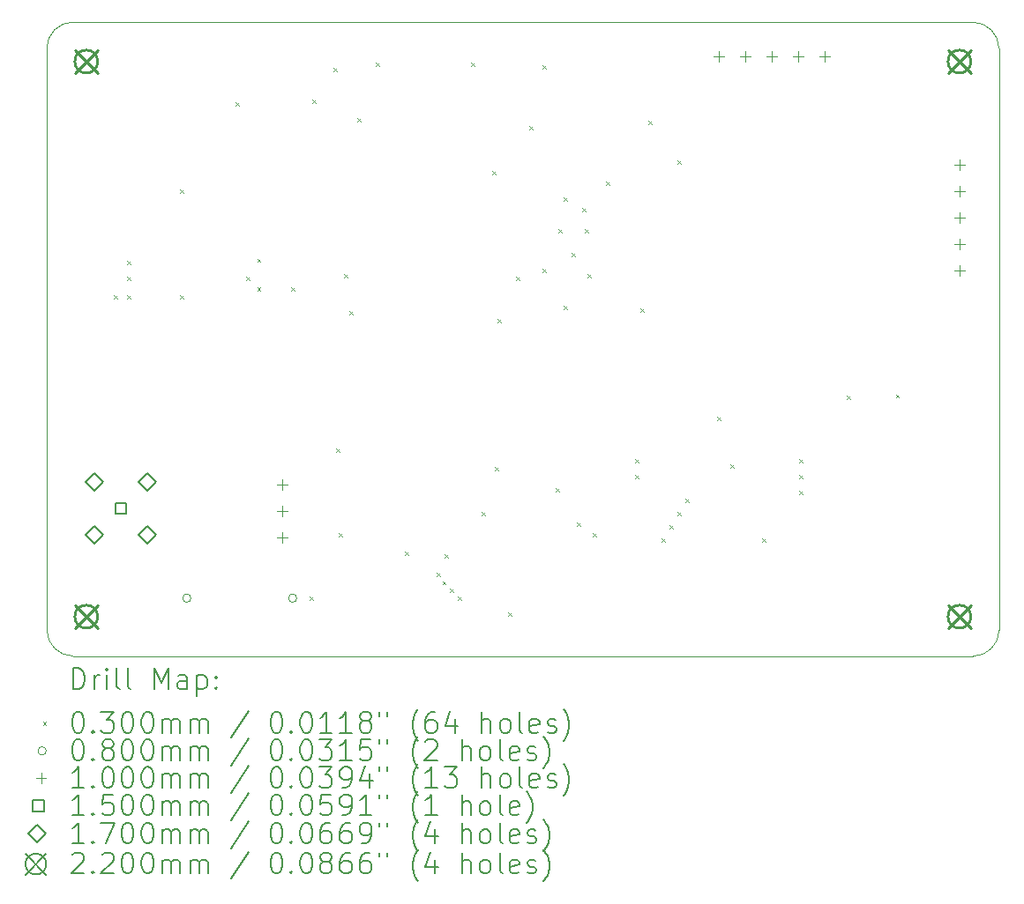
<source format=gbr>
%TF.GenerationSoftware,KiCad,Pcbnew,(6.0.9)*%
%TF.CreationDate,2022-11-27T19:04:10-05:00*%
%TF.ProjectId,usbcounter,75736263-6f75-46e7-9465-722e6b696361,rev?*%
%TF.SameCoordinates,Original*%
%TF.FileFunction,Drillmap*%
%TF.FilePolarity,Positive*%
%FSLAX45Y45*%
G04 Gerber Fmt 4.5, Leading zero omitted, Abs format (unit mm)*
G04 Created by KiCad (PCBNEW (6.0.9)) date 2022-11-27 19:04:10*
%MOMM*%
%LPD*%
G01*
G04 APERTURE LIST*
%ADD10C,0.100000*%
%ADD11C,0.200000*%
%ADD12C,0.030000*%
%ADD13C,0.080000*%
%ADD14C,0.150000*%
%ADD15C,0.170000*%
%ADD16C,0.220000*%
G04 APERTURE END LIST*
D10*
X13970000Y-11176000D02*
G75*
G03*
X14224000Y-10922000I0J254000D01*
G01*
X14222195Y-5335805D02*
X14224000Y-10922000D01*
X5335805Y-5081805D02*
X13968195Y-5081805D01*
X5081805Y-10920195D02*
X5081805Y-5335805D01*
X13970000Y-11176000D02*
X5335805Y-11174195D01*
X14222195Y-5335805D02*
G75*
G03*
X13968195Y-5081805I-253995J5D01*
G01*
X5335805Y-5081805D02*
G75*
G03*
X5081805Y-5335805I0J-254000D01*
G01*
X5081805Y-10920195D02*
G75*
G03*
X5335805Y-11174195I254005J5D01*
G01*
D11*
D12*
X5725400Y-7706600D02*
X5755400Y-7736600D01*
X5755400Y-7706600D02*
X5725400Y-7736600D01*
X5852400Y-7376400D02*
X5882400Y-7406400D01*
X5882400Y-7376400D02*
X5852400Y-7406400D01*
X5852400Y-7528800D02*
X5882400Y-7558800D01*
X5882400Y-7528800D02*
X5852400Y-7558800D01*
X5852400Y-7706600D02*
X5882400Y-7736600D01*
X5882400Y-7706600D02*
X5852400Y-7736600D01*
X6360400Y-6690600D02*
X6390400Y-6720600D01*
X6390400Y-6690600D02*
X6360400Y-6720600D01*
X6360400Y-7706600D02*
X6390400Y-7736600D01*
X6390400Y-7706600D02*
X6360400Y-7736600D01*
X6893800Y-5852400D02*
X6923800Y-5882400D01*
X6923800Y-5852400D02*
X6893800Y-5882400D01*
X6995400Y-7528800D02*
X7025400Y-7558800D01*
X7025400Y-7528800D02*
X6995400Y-7558800D01*
X7103350Y-7357350D02*
X7133350Y-7387350D01*
X7133350Y-7357350D02*
X7103350Y-7387350D01*
X7103350Y-7630400D02*
X7133350Y-7660400D01*
X7133350Y-7630400D02*
X7103350Y-7660400D01*
X7428450Y-7630400D02*
X7458450Y-7660400D01*
X7458450Y-7630400D02*
X7428450Y-7660400D01*
X7605000Y-10602200D02*
X7635000Y-10632200D01*
X7635000Y-10602200D02*
X7605000Y-10632200D01*
X7630400Y-5827000D02*
X7660400Y-5857000D01*
X7660400Y-5827000D02*
X7630400Y-5857000D01*
X7833600Y-5522200D02*
X7863600Y-5552200D01*
X7863600Y-5522200D02*
X7833600Y-5552200D01*
X7859000Y-9179800D02*
X7889000Y-9209800D01*
X7889000Y-9179800D02*
X7859000Y-9209800D01*
X7884400Y-9992600D02*
X7914400Y-10022600D01*
X7914400Y-9992600D02*
X7884400Y-10022600D01*
X7935200Y-7503400D02*
X7965200Y-7533400D01*
X7965200Y-7503400D02*
X7935200Y-7533400D01*
X7986000Y-7859000D02*
X8016000Y-7889000D01*
X8016000Y-7859000D02*
X7986000Y-7889000D01*
X8062200Y-6004800D02*
X8092200Y-6034800D01*
X8092200Y-6004800D02*
X8062200Y-6034800D01*
X8240000Y-5471400D02*
X8270000Y-5501400D01*
X8270000Y-5471400D02*
X8240000Y-5501400D01*
X8519400Y-10170400D02*
X8549400Y-10200400D01*
X8549400Y-10170400D02*
X8519400Y-10200400D01*
X8824200Y-10373600D02*
X8854200Y-10403600D01*
X8854200Y-10373600D02*
X8824200Y-10403600D01*
X8879642Y-10456764D02*
X8909642Y-10486764D01*
X8909642Y-10456764D02*
X8879642Y-10486764D01*
X8900400Y-10195800D02*
X8930400Y-10225800D01*
X8930400Y-10195800D02*
X8900400Y-10225800D01*
X8951473Y-10526264D02*
X8981473Y-10556264D01*
X8981473Y-10526264D02*
X8951473Y-10556264D01*
X9027400Y-10602200D02*
X9057400Y-10632200D01*
X9057400Y-10602200D02*
X9027400Y-10632200D01*
X9154400Y-5471400D02*
X9184400Y-5501400D01*
X9184400Y-5471400D02*
X9154400Y-5501400D01*
X9256000Y-9789400D02*
X9286000Y-9819400D01*
X9286000Y-9789400D02*
X9256000Y-9819400D01*
X9357600Y-6512800D02*
X9387600Y-6542800D01*
X9387600Y-6512800D02*
X9357600Y-6542800D01*
X9383000Y-9357600D02*
X9413000Y-9387600D01*
X9413000Y-9357600D02*
X9383000Y-9387600D01*
X9408400Y-7935200D02*
X9438400Y-7965200D01*
X9438400Y-7935200D02*
X9408400Y-7965200D01*
X9510000Y-10754600D02*
X9540000Y-10784600D01*
X9540000Y-10754600D02*
X9510000Y-10784600D01*
X9586200Y-7528800D02*
X9616200Y-7558800D01*
X9616200Y-7528800D02*
X9586200Y-7558800D01*
X9713200Y-6081000D02*
X9743200Y-6111000D01*
X9743200Y-6081000D02*
X9713200Y-6111000D01*
X9840200Y-5496800D02*
X9870200Y-5526800D01*
X9870200Y-5496800D02*
X9840200Y-5526800D01*
X9840200Y-7452600D02*
X9870200Y-7482600D01*
X9870200Y-7452600D02*
X9840200Y-7482600D01*
X9967200Y-9560800D02*
X9997200Y-9590800D01*
X9997200Y-9560800D02*
X9967200Y-9590800D01*
X9992600Y-7071600D02*
X10022600Y-7101600D01*
X10022600Y-7071600D02*
X9992600Y-7101600D01*
X10043400Y-6766800D02*
X10073400Y-6796800D01*
X10073400Y-6766800D02*
X10043400Y-6796800D01*
X10043400Y-7808200D02*
X10073400Y-7838200D01*
X10073400Y-7808200D02*
X10043400Y-7838200D01*
X10119600Y-7300200D02*
X10149600Y-7330200D01*
X10149600Y-7300200D02*
X10119600Y-7330200D01*
X10170400Y-9891000D02*
X10200400Y-9921000D01*
X10200400Y-9891000D02*
X10170400Y-9921000D01*
X10221200Y-6868400D02*
X10251200Y-6898400D01*
X10251200Y-6868400D02*
X10221200Y-6898400D01*
X10246600Y-7071600D02*
X10276600Y-7101600D01*
X10276600Y-7071600D02*
X10246600Y-7101600D01*
X10272000Y-7503400D02*
X10302000Y-7533400D01*
X10302000Y-7503400D02*
X10272000Y-7533400D01*
X10322800Y-9992600D02*
X10352800Y-10022600D01*
X10352800Y-9992600D02*
X10322800Y-10022600D01*
X10449800Y-6614400D02*
X10479800Y-6644400D01*
X10479800Y-6614400D02*
X10449800Y-6644400D01*
X10729200Y-9281400D02*
X10759200Y-9311400D01*
X10759200Y-9281400D02*
X10729200Y-9311400D01*
X10729200Y-9433800D02*
X10759200Y-9463800D01*
X10759200Y-9433800D02*
X10729200Y-9463800D01*
X10780000Y-7833600D02*
X10810000Y-7863600D01*
X10810000Y-7833600D02*
X10780000Y-7863600D01*
X10856200Y-6030200D02*
X10886200Y-6060200D01*
X10886200Y-6030200D02*
X10856200Y-6060200D01*
X10983200Y-10043400D02*
X11013200Y-10073400D01*
X11013200Y-10043400D02*
X10983200Y-10073400D01*
X11059400Y-9916400D02*
X11089400Y-9946400D01*
X11089400Y-9916400D02*
X11059400Y-9946400D01*
X11135600Y-6411200D02*
X11165600Y-6441200D01*
X11165600Y-6411200D02*
X11135600Y-6441200D01*
X11136850Y-9789400D02*
X11166850Y-9819400D01*
X11166850Y-9789400D02*
X11136850Y-9819400D01*
X11211800Y-9662400D02*
X11241800Y-9692400D01*
X11241800Y-9662400D02*
X11211800Y-9692400D01*
X11516600Y-8875000D02*
X11546600Y-8905000D01*
X11546600Y-8875000D02*
X11516600Y-8905000D01*
X11643600Y-9332200D02*
X11673600Y-9362200D01*
X11673600Y-9332200D02*
X11643600Y-9362200D01*
X11948400Y-10043400D02*
X11978400Y-10073400D01*
X11978400Y-10043400D02*
X11948400Y-10073400D01*
X12304000Y-9281400D02*
X12334000Y-9311400D01*
X12334000Y-9281400D02*
X12304000Y-9311400D01*
X12304000Y-9433800D02*
X12334000Y-9463800D01*
X12334000Y-9433800D02*
X12304000Y-9463800D01*
X12304000Y-9586200D02*
X12334000Y-9616200D01*
X12334000Y-9586200D02*
X12304000Y-9616200D01*
X12761200Y-8671800D02*
X12791200Y-8701800D01*
X12791200Y-8671800D02*
X12761200Y-8701800D01*
X13233250Y-8661250D02*
X13263250Y-8691250D01*
X13263250Y-8661250D02*
X13233250Y-8691250D01*
D13*
X6466200Y-10617200D02*
G75*
G03*
X6466200Y-10617200I-40000J0D01*
G01*
X7482200Y-10617200D02*
G75*
G03*
X7482200Y-10617200I-40000J0D01*
G01*
D10*
X7340600Y-9475000D02*
X7340600Y-9575000D01*
X7290600Y-9525000D02*
X7390600Y-9525000D01*
X7340600Y-9729000D02*
X7340600Y-9829000D01*
X7290600Y-9779000D02*
X7390600Y-9779000D01*
X7340600Y-9983000D02*
X7340600Y-10083000D01*
X7290600Y-10033000D02*
X7390600Y-10033000D01*
X11531600Y-5360200D02*
X11531600Y-5460200D01*
X11481600Y-5410200D02*
X11581600Y-5410200D01*
X11785600Y-5360200D02*
X11785600Y-5460200D01*
X11735600Y-5410200D02*
X11835600Y-5410200D01*
X12039600Y-5360200D02*
X12039600Y-5460200D01*
X11989600Y-5410200D02*
X12089600Y-5410200D01*
X12293600Y-5360200D02*
X12293600Y-5460200D01*
X12243600Y-5410200D02*
X12343600Y-5410200D01*
X12547600Y-5360200D02*
X12547600Y-5460200D01*
X12497600Y-5410200D02*
X12597600Y-5410200D01*
X13843000Y-6402100D02*
X13843000Y-6502100D01*
X13793000Y-6452100D02*
X13893000Y-6452100D01*
X13843000Y-6656100D02*
X13843000Y-6756100D01*
X13793000Y-6706100D02*
X13893000Y-6706100D01*
X13843000Y-6910100D02*
X13843000Y-7010100D01*
X13793000Y-6960100D02*
X13893000Y-6960100D01*
X13843000Y-7164100D02*
X13843000Y-7264100D01*
X13793000Y-7214100D02*
X13893000Y-7214100D01*
X13843000Y-7418100D02*
X13843000Y-7518100D01*
X13793000Y-7468100D02*
X13893000Y-7468100D01*
D14*
X5844233Y-9806634D02*
X5844233Y-9700567D01*
X5738166Y-9700567D01*
X5738166Y-9806634D01*
X5844233Y-9806634D01*
D15*
X5537200Y-9584600D02*
X5622200Y-9499600D01*
X5537200Y-9414600D01*
X5452200Y-9499600D01*
X5537200Y-9584600D01*
X5537200Y-10092600D02*
X5622200Y-10007600D01*
X5537200Y-9922600D01*
X5452200Y-10007600D01*
X5537200Y-10092600D01*
X6045200Y-9584600D02*
X6130200Y-9499600D01*
X6045200Y-9414600D01*
X5960200Y-9499600D01*
X6045200Y-9584600D01*
X6045200Y-10092600D02*
X6130200Y-10007600D01*
X6045200Y-9922600D01*
X5960200Y-10007600D01*
X6045200Y-10092600D01*
D16*
X5351000Y-5351000D02*
X5571000Y-5571000D01*
X5571000Y-5351000D02*
X5351000Y-5571000D01*
X5571000Y-5461000D02*
G75*
G03*
X5571000Y-5461000I-110000J0D01*
G01*
X5351000Y-10685000D02*
X5571000Y-10905000D01*
X5571000Y-10685000D02*
X5351000Y-10905000D01*
X5571000Y-10795000D02*
G75*
G03*
X5571000Y-10795000I-110000J0D01*
G01*
X13733000Y-5351000D02*
X13953000Y-5571000D01*
X13953000Y-5351000D02*
X13733000Y-5571000D01*
X13953000Y-5461000D02*
G75*
G03*
X13953000Y-5461000I-110000J0D01*
G01*
X13733000Y-10685000D02*
X13953000Y-10905000D01*
X13953000Y-10685000D02*
X13733000Y-10905000D01*
X13953000Y-10795000D02*
G75*
G03*
X13953000Y-10795000I-110000J0D01*
G01*
D11*
X5334424Y-11491476D02*
X5334424Y-11291476D01*
X5382043Y-11291476D01*
X5410615Y-11301000D01*
X5429662Y-11320048D01*
X5439186Y-11339095D01*
X5448710Y-11377190D01*
X5448710Y-11405762D01*
X5439186Y-11443857D01*
X5429662Y-11462905D01*
X5410615Y-11481952D01*
X5382043Y-11491476D01*
X5334424Y-11491476D01*
X5534424Y-11491476D02*
X5534424Y-11358143D01*
X5534424Y-11396238D02*
X5543948Y-11377190D01*
X5553472Y-11367667D01*
X5572519Y-11358143D01*
X5591567Y-11358143D01*
X5658234Y-11491476D02*
X5658234Y-11358143D01*
X5658234Y-11291476D02*
X5648710Y-11301000D01*
X5658234Y-11310524D01*
X5667757Y-11301000D01*
X5658234Y-11291476D01*
X5658234Y-11310524D01*
X5782043Y-11491476D02*
X5762995Y-11481952D01*
X5753472Y-11462905D01*
X5753472Y-11291476D01*
X5886805Y-11491476D02*
X5867757Y-11481952D01*
X5858234Y-11462905D01*
X5858234Y-11291476D01*
X6115376Y-11491476D02*
X6115376Y-11291476D01*
X6182043Y-11434333D01*
X6248710Y-11291476D01*
X6248710Y-11491476D01*
X6429662Y-11491476D02*
X6429662Y-11386714D01*
X6420138Y-11367667D01*
X6401091Y-11358143D01*
X6362995Y-11358143D01*
X6343948Y-11367667D01*
X6429662Y-11481952D02*
X6410615Y-11491476D01*
X6362995Y-11491476D01*
X6343948Y-11481952D01*
X6334424Y-11462905D01*
X6334424Y-11443857D01*
X6343948Y-11424809D01*
X6362995Y-11415286D01*
X6410615Y-11415286D01*
X6429662Y-11405762D01*
X6524900Y-11358143D02*
X6524900Y-11558143D01*
X6524900Y-11367667D02*
X6543948Y-11358143D01*
X6582043Y-11358143D01*
X6601091Y-11367667D01*
X6610615Y-11377190D01*
X6620138Y-11396238D01*
X6620138Y-11453381D01*
X6610615Y-11472428D01*
X6601091Y-11481952D01*
X6582043Y-11491476D01*
X6543948Y-11491476D01*
X6524900Y-11481952D01*
X6705853Y-11472428D02*
X6715376Y-11481952D01*
X6705853Y-11491476D01*
X6696329Y-11481952D01*
X6705853Y-11472428D01*
X6705853Y-11491476D01*
X6705853Y-11367667D02*
X6715376Y-11377190D01*
X6705853Y-11386714D01*
X6696329Y-11377190D01*
X6705853Y-11367667D01*
X6705853Y-11386714D01*
D12*
X5046805Y-11806000D02*
X5076805Y-11836000D01*
X5076805Y-11806000D02*
X5046805Y-11836000D01*
D11*
X5372519Y-11711476D02*
X5391567Y-11711476D01*
X5410615Y-11721000D01*
X5420138Y-11730524D01*
X5429662Y-11749571D01*
X5439186Y-11787667D01*
X5439186Y-11835286D01*
X5429662Y-11873381D01*
X5420138Y-11892428D01*
X5410615Y-11901952D01*
X5391567Y-11911476D01*
X5372519Y-11911476D01*
X5353472Y-11901952D01*
X5343948Y-11892428D01*
X5334424Y-11873381D01*
X5324900Y-11835286D01*
X5324900Y-11787667D01*
X5334424Y-11749571D01*
X5343948Y-11730524D01*
X5353472Y-11721000D01*
X5372519Y-11711476D01*
X5524900Y-11892428D02*
X5534424Y-11901952D01*
X5524900Y-11911476D01*
X5515377Y-11901952D01*
X5524900Y-11892428D01*
X5524900Y-11911476D01*
X5601091Y-11711476D02*
X5724900Y-11711476D01*
X5658234Y-11787667D01*
X5686805Y-11787667D01*
X5705853Y-11797190D01*
X5715376Y-11806714D01*
X5724900Y-11825762D01*
X5724900Y-11873381D01*
X5715376Y-11892428D01*
X5705853Y-11901952D01*
X5686805Y-11911476D01*
X5629662Y-11911476D01*
X5610615Y-11901952D01*
X5601091Y-11892428D01*
X5848710Y-11711476D02*
X5867757Y-11711476D01*
X5886805Y-11721000D01*
X5896329Y-11730524D01*
X5905853Y-11749571D01*
X5915376Y-11787667D01*
X5915376Y-11835286D01*
X5905853Y-11873381D01*
X5896329Y-11892428D01*
X5886805Y-11901952D01*
X5867757Y-11911476D01*
X5848710Y-11911476D01*
X5829662Y-11901952D01*
X5820138Y-11892428D01*
X5810615Y-11873381D01*
X5801091Y-11835286D01*
X5801091Y-11787667D01*
X5810615Y-11749571D01*
X5820138Y-11730524D01*
X5829662Y-11721000D01*
X5848710Y-11711476D01*
X6039186Y-11711476D02*
X6058234Y-11711476D01*
X6077281Y-11721000D01*
X6086805Y-11730524D01*
X6096329Y-11749571D01*
X6105853Y-11787667D01*
X6105853Y-11835286D01*
X6096329Y-11873381D01*
X6086805Y-11892428D01*
X6077281Y-11901952D01*
X6058234Y-11911476D01*
X6039186Y-11911476D01*
X6020138Y-11901952D01*
X6010615Y-11892428D01*
X6001091Y-11873381D01*
X5991567Y-11835286D01*
X5991567Y-11787667D01*
X6001091Y-11749571D01*
X6010615Y-11730524D01*
X6020138Y-11721000D01*
X6039186Y-11711476D01*
X6191567Y-11911476D02*
X6191567Y-11778143D01*
X6191567Y-11797190D02*
X6201091Y-11787667D01*
X6220138Y-11778143D01*
X6248710Y-11778143D01*
X6267757Y-11787667D01*
X6277281Y-11806714D01*
X6277281Y-11911476D01*
X6277281Y-11806714D02*
X6286805Y-11787667D01*
X6305853Y-11778143D01*
X6334424Y-11778143D01*
X6353472Y-11787667D01*
X6362995Y-11806714D01*
X6362995Y-11911476D01*
X6458234Y-11911476D02*
X6458234Y-11778143D01*
X6458234Y-11797190D02*
X6467757Y-11787667D01*
X6486805Y-11778143D01*
X6515376Y-11778143D01*
X6534424Y-11787667D01*
X6543948Y-11806714D01*
X6543948Y-11911476D01*
X6543948Y-11806714D02*
X6553472Y-11787667D01*
X6572519Y-11778143D01*
X6601091Y-11778143D01*
X6620138Y-11787667D01*
X6629662Y-11806714D01*
X6629662Y-11911476D01*
X7020138Y-11701952D02*
X6848710Y-11959095D01*
X7277281Y-11711476D02*
X7296329Y-11711476D01*
X7315376Y-11721000D01*
X7324900Y-11730524D01*
X7334424Y-11749571D01*
X7343948Y-11787667D01*
X7343948Y-11835286D01*
X7334424Y-11873381D01*
X7324900Y-11892428D01*
X7315376Y-11901952D01*
X7296329Y-11911476D01*
X7277281Y-11911476D01*
X7258234Y-11901952D01*
X7248710Y-11892428D01*
X7239186Y-11873381D01*
X7229662Y-11835286D01*
X7229662Y-11787667D01*
X7239186Y-11749571D01*
X7248710Y-11730524D01*
X7258234Y-11721000D01*
X7277281Y-11711476D01*
X7429662Y-11892428D02*
X7439186Y-11901952D01*
X7429662Y-11911476D01*
X7420138Y-11901952D01*
X7429662Y-11892428D01*
X7429662Y-11911476D01*
X7562995Y-11711476D02*
X7582043Y-11711476D01*
X7601091Y-11721000D01*
X7610615Y-11730524D01*
X7620138Y-11749571D01*
X7629662Y-11787667D01*
X7629662Y-11835286D01*
X7620138Y-11873381D01*
X7610615Y-11892428D01*
X7601091Y-11901952D01*
X7582043Y-11911476D01*
X7562995Y-11911476D01*
X7543948Y-11901952D01*
X7534424Y-11892428D01*
X7524900Y-11873381D01*
X7515376Y-11835286D01*
X7515376Y-11787667D01*
X7524900Y-11749571D01*
X7534424Y-11730524D01*
X7543948Y-11721000D01*
X7562995Y-11711476D01*
X7820138Y-11911476D02*
X7705853Y-11911476D01*
X7762995Y-11911476D02*
X7762995Y-11711476D01*
X7743948Y-11740048D01*
X7724900Y-11759095D01*
X7705853Y-11768619D01*
X8010615Y-11911476D02*
X7896329Y-11911476D01*
X7953472Y-11911476D02*
X7953472Y-11711476D01*
X7934424Y-11740048D01*
X7915376Y-11759095D01*
X7896329Y-11768619D01*
X8124900Y-11797190D02*
X8105853Y-11787667D01*
X8096329Y-11778143D01*
X8086805Y-11759095D01*
X8086805Y-11749571D01*
X8096329Y-11730524D01*
X8105853Y-11721000D01*
X8124900Y-11711476D01*
X8162995Y-11711476D01*
X8182043Y-11721000D01*
X8191567Y-11730524D01*
X8201091Y-11749571D01*
X8201091Y-11759095D01*
X8191567Y-11778143D01*
X8182043Y-11787667D01*
X8162995Y-11797190D01*
X8124900Y-11797190D01*
X8105853Y-11806714D01*
X8096329Y-11816238D01*
X8086805Y-11835286D01*
X8086805Y-11873381D01*
X8096329Y-11892428D01*
X8105853Y-11901952D01*
X8124900Y-11911476D01*
X8162995Y-11911476D01*
X8182043Y-11901952D01*
X8191567Y-11892428D01*
X8201091Y-11873381D01*
X8201091Y-11835286D01*
X8191567Y-11816238D01*
X8182043Y-11806714D01*
X8162995Y-11797190D01*
X8277281Y-11711476D02*
X8277281Y-11749571D01*
X8353472Y-11711476D02*
X8353472Y-11749571D01*
X8648710Y-11987667D02*
X8639186Y-11978143D01*
X8620138Y-11949571D01*
X8610615Y-11930524D01*
X8601091Y-11901952D01*
X8591567Y-11854333D01*
X8591567Y-11816238D01*
X8601091Y-11768619D01*
X8610615Y-11740048D01*
X8620138Y-11721000D01*
X8639186Y-11692428D01*
X8648710Y-11682905D01*
X8810615Y-11711476D02*
X8772519Y-11711476D01*
X8753472Y-11721000D01*
X8743948Y-11730524D01*
X8724900Y-11759095D01*
X8715377Y-11797190D01*
X8715377Y-11873381D01*
X8724900Y-11892428D01*
X8734424Y-11901952D01*
X8753472Y-11911476D01*
X8791567Y-11911476D01*
X8810615Y-11901952D01*
X8820138Y-11892428D01*
X8829662Y-11873381D01*
X8829662Y-11825762D01*
X8820138Y-11806714D01*
X8810615Y-11797190D01*
X8791567Y-11787667D01*
X8753472Y-11787667D01*
X8734424Y-11797190D01*
X8724900Y-11806714D01*
X8715377Y-11825762D01*
X9001091Y-11778143D02*
X9001091Y-11911476D01*
X8953472Y-11701952D02*
X8905853Y-11844809D01*
X9029662Y-11844809D01*
X9258234Y-11911476D02*
X9258234Y-11711476D01*
X9343948Y-11911476D02*
X9343948Y-11806714D01*
X9334424Y-11787667D01*
X9315377Y-11778143D01*
X9286805Y-11778143D01*
X9267757Y-11787667D01*
X9258234Y-11797190D01*
X9467757Y-11911476D02*
X9448710Y-11901952D01*
X9439186Y-11892428D01*
X9429662Y-11873381D01*
X9429662Y-11816238D01*
X9439186Y-11797190D01*
X9448710Y-11787667D01*
X9467757Y-11778143D01*
X9496329Y-11778143D01*
X9515377Y-11787667D01*
X9524900Y-11797190D01*
X9534424Y-11816238D01*
X9534424Y-11873381D01*
X9524900Y-11892428D01*
X9515377Y-11901952D01*
X9496329Y-11911476D01*
X9467757Y-11911476D01*
X9648710Y-11911476D02*
X9629662Y-11901952D01*
X9620138Y-11882905D01*
X9620138Y-11711476D01*
X9801091Y-11901952D02*
X9782043Y-11911476D01*
X9743948Y-11911476D01*
X9724900Y-11901952D01*
X9715377Y-11882905D01*
X9715377Y-11806714D01*
X9724900Y-11787667D01*
X9743948Y-11778143D01*
X9782043Y-11778143D01*
X9801091Y-11787667D01*
X9810615Y-11806714D01*
X9810615Y-11825762D01*
X9715377Y-11844809D01*
X9886805Y-11901952D02*
X9905853Y-11911476D01*
X9943948Y-11911476D01*
X9962996Y-11901952D01*
X9972519Y-11882905D01*
X9972519Y-11873381D01*
X9962996Y-11854333D01*
X9943948Y-11844809D01*
X9915377Y-11844809D01*
X9896329Y-11835286D01*
X9886805Y-11816238D01*
X9886805Y-11806714D01*
X9896329Y-11787667D01*
X9915377Y-11778143D01*
X9943948Y-11778143D01*
X9962996Y-11787667D01*
X10039186Y-11987667D02*
X10048710Y-11978143D01*
X10067757Y-11949571D01*
X10077281Y-11930524D01*
X10086805Y-11901952D01*
X10096329Y-11854333D01*
X10096329Y-11816238D01*
X10086805Y-11768619D01*
X10077281Y-11740048D01*
X10067757Y-11721000D01*
X10048710Y-11692428D01*
X10039186Y-11682905D01*
D13*
X5076805Y-12085000D02*
G75*
G03*
X5076805Y-12085000I-40000J0D01*
G01*
D11*
X5372519Y-11975476D02*
X5391567Y-11975476D01*
X5410615Y-11985000D01*
X5420138Y-11994524D01*
X5429662Y-12013571D01*
X5439186Y-12051667D01*
X5439186Y-12099286D01*
X5429662Y-12137381D01*
X5420138Y-12156428D01*
X5410615Y-12165952D01*
X5391567Y-12175476D01*
X5372519Y-12175476D01*
X5353472Y-12165952D01*
X5343948Y-12156428D01*
X5334424Y-12137381D01*
X5324900Y-12099286D01*
X5324900Y-12051667D01*
X5334424Y-12013571D01*
X5343948Y-11994524D01*
X5353472Y-11985000D01*
X5372519Y-11975476D01*
X5524900Y-12156428D02*
X5534424Y-12165952D01*
X5524900Y-12175476D01*
X5515377Y-12165952D01*
X5524900Y-12156428D01*
X5524900Y-12175476D01*
X5648710Y-12061190D02*
X5629662Y-12051667D01*
X5620138Y-12042143D01*
X5610615Y-12023095D01*
X5610615Y-12013571D01*
X5620138Y-11994524D01*
X5629662Y-11985000D01*
X5648710Y-11975476D01*
X5686805Y-11975476D01*
X5705853Y-11985000D01*
X5715376Y-11994524D01*
X5724900Y-12013571D01*
X5724900Y-12023095D01*
X5715376Y-12042143D01*
X5705853Y-12051667D01*
X5686805Y-12061190D01*
X5648710Y-12061190D01*
X5629662Y-12070714D01*
X5620138Y-12080238D01*
X5610615Y-12099286D01*
X5610615Y-12137381D01*
X5620138Y-12156428D01*
X5629662Y-12165952D01*
X5648710Y-12175476D01*
X5686805Y-12175476D01*
X5705853Y-12165952D01*
X5715376Y-12156428D01*
X5724900Y-12137381D01*
X5724900Y-12099286D01*
X5715376Y-12080238D01*
X5705853Y-12070714D01*
X5686805Y-12061190D01*
X5848710Y-11975476D02*
X5867757Y-11975476D01*
X5886805Y-11985000D01*
X5896329Y-11994524D01*
X5905853Y-12013571D01*
X5915376Y-12051667D01*
X5915376Y-12099286D01*
X5905853Y-12137381D01*
X5896329Y-12156428D01*
X5886805Y-12165952D01*
X5867757Y-12175476D01*
X5848710Y-12175476D01*
X5829662Y-12165952D01*
X5820138Y-12156428D01*
X5810615Y-12137381D01*
X5801091Y-12099286D01*
X5801091Y-12051667D01*
X5810615Y-12013571D01*
X5820138Y-11994524D01*
X5829662Y-11985000D01*
X5848710Y-11975476D01*
X6039186Y-11975476D02*
X6058234Y-11975476D01*
X6077281Y-11985000D01*
X6086805Y-11994524D01*
X6096329Y-12013571D01*
X6105853Y-12051667D01*
X6105853Y-12099286D01*
X6096329Y-12137381D01*
X6086805Y-12156428D01*
X6077281Y-12165952D01*
X6058234Y-12175476D01*
X6039186Y-12175476D01*
X6020138Y-12165952D01*
X6010615Y-12156428D01*
X6001091Y-12137381D01*
X5991567Y-12099286D01*
X5991567Y-12051667D01*
X6001091Y-12013571D01*
X6010615Y-11994524D01*
X6020138Y-11985000D01*
X6039186Y-11975476D01*
X6191567Y-12175476D02*
X6191567Y-12042143D01*
X6191567Y-12061190D02*
X6201091Y-12051667D01*
X6220138Y-12042143D01*
X6248710Y-12042143D01*
X6267757Y-12051667D01*
X6277281Y-12070714D01*
X6277281Y-12175476D01*
X6277281Y-12070714D02*
X6286805Y-12051667D01*
X6305853Y-12042143D01*
X6334424Y-12042143D01*
X6353472Y-12051667D01*
X6362995Y-12070714D01*
X6362995Y-12175476D01*
X6458234Y-12175476D02*
X6458234Y-12042143D01*
X6458234Y-12061190D02*
X6467757Y-12051667D01*
X6486805Y-12042143D01*
X6515376Y-12042143D01*
X6534424Y-12051667D01*
X6543948Y-12070714D01*
X6543948Y-12175476D01*
X6543948Y-12070714D02*
X6553472Y-12051667D01*
X6572519Y-12042143D01*
X6601091Y-12042143D01*
X6620138Y-12051667D01*
X6629662Y-12070714D01*
X6629662Y-12175476D01*
X7020138Y-11965952D02*
X6848710Y-12223095D01*
X7277281Y-11975476D02*
X7296329Y-11975476D01*
X7315376Y-11985000D01*
X7324900Y-11994524D01*
X7334424Y-12013571D01*
X7343948Y-12051667D01*
X7343948Y-12099286D01*
X7334424Y-12137381D01*
X7324900Y-12156428D01*
X7315376Y-12165952D01*
X7296329Y-12175476D01*
X7277281Y-12175476D01*
X7258234Y-12165952D01*
X7248710Y-12156428D01*
X7239186Y-12137381D01*
X7229662Y-12099286D01*
X7229662Y-12051667D01*
X7239186Y-12013571D01*
X7248710Y-11994524D01*
X7258234Y-11985000D01*
X7277281Y-11975476D01*
X7429662Y-12156428D02*
X7439186Y-12165952D01*
X7429662Y-12175476D01*
X7420138Y-12165952D01*
X7429662Y-12156428D01*
X7429662Y-12175476D01*
X7562995Y-11975476D02*
X7582043Y-11975476D01*
X7601091Y-11985000D01*
X7610615Y-11994524D01*
X7620138Y-12013571D01*
X7629662Y-12051667D01*
X7629662Y-12099286D01*
X7620138Y-12137381D01*
X7610615Y-12156428D01*
X7601091Y-12165952D01*
X7582043Y-12175476D01*
X7562995Y-12175476D01*
X7543948Y-12165952D01*
X7534424Y-12156428D01*
X7524900Y-12137381D01*
X7515376Y-12099286D01*
X7515376Y-12051667D01*
X7524900Y-12013571D01*
X7534424Y-11994524D01*
X7543948Y-11985000D01*
X7562995Y-11975476D01*
X7696329Y-11975476D02*
X7820138Y-11975476D01*
X7753472Y-12051667D01*
X7782043Y-12051667D01*
X7801091Y-12061190D01*
X7810615Y-12070714D01*
X7820138Y-12089762D01*
X7820138Y-12137381D01*
X7810615Y-12156428D01*
X7801091Y-12165952D01*
X7782043Y-12175476D01*
X7724900Y-12175476D01*
X7705853Y-12165952D01*
X7696329Y-12156428D01*
X8010615Y-12175476D02*
X7896329Y-12175476D01*
X7953472Y-12175476D02*
X7953472Y-11975476D01*
X7934424Y-12004048D01*
X7915376Y-12023095D01*
X7896329Y-12032619D01*
X8191567Y-11975476D02*
X8096329Y-11975476D01*
X8086805Y-12070714D01*
X8096329Y-12061190D01*
X8115376Y-12051667D01*
X8162995Y-12051667D01*
X8182043Y-12061190D01*
X8191567Y-12070714D01*
X8201091Y-12089762D01*
X8201091Y-12137381D01*
X8191567Y-12156428D01*
X8182043Y-12165952D01*
X8162995Y-12175476D01*
X8115376Y-12175476D01*
X8096329Y-12165952D01*
X8086805Y-12156428D01*
X8277281Y-11975476D02*
X8277281Y-12013571D01*
X8353472Y-11975476D02*
X8353472Y-12013571D01*
X8648710Y-12251667D02*
X8639186Y-12242143D01*
X8620138Y-12213571D01*
X8610615Y-12194524D01*
X8601091Y-12165952D01*
X8591567Y-12118333D01*
X8591567Y-12080238D01*
X8601091Y-12032619D01*
X8610615Y-12004048D01*
X8620138Y-11985000D01*
X8639186Y-11956428D01*
X8648710Y-11946905D01*
X8715377Y-11994524D02*
X8724900Y-11985000D01*
X8743948Y-11975476D01*
X8791567Y-11975476D01*
X8810615Y-11985000D01*
X8820138Y-11994524D01*
X8829662Y-12013571D01*
X8829662Y-12032619D01*
X8820138Y-12061190D01*
X8705853Y-12175476D01*
X8829662Y-12175476D01*
X9067757Y-12175476D02*
X9067757Y-11975476D01*
X9153472Y-12175476D02*
X9153472Y-12070714D01*
X9143948Y-12051667D01*
X9124900Y-12042143D01*
X9096329Y-12042143D01*
X9077281Y-12051667D01*
X9067757Y-12061190D01*
X9277281Y-12175476D02*
X9258234Y-12165952D01*
X9248710Y-12156428D01*
X9239186Y-12137381D01*
X9239186Y-12080238D01*
X9248710Y-12061190D01*
X9258234Y-12051667D01*
X9277281Y-12042143D01*
X9305853Y-12042143D01*
X9324900Y-12051667D01*
X9334424Y-12061190D01*
X9343948Y-12080238D01*
X9343948Y-12137381D01*
X9334424Y-12156428D01*
X9324900Y-12165952D01*
X9305853Y-12175476D01*
X9277281Y-12175476D01*
X9458234Y-12175476D02*
X9439186Y-12165952D01*
X9429662Y-12146905D01*
X9429662Y-11975476D01*
X9610615Y-12165952D02*
X9591567Y-12175476D01*
X9553472Y-12175476D01*
X9534424Y-12165952D01*
X9524900Y-12146905D01*
X9524900Y-12070714D01*
X9534424Y-12051667D01*
X9553472Y-12042143D01*
X9591567Y-12042143D01*
X9610615Y-12051667D01*
X9620138Y-12070714D01*
X9620138Y-12089762D01*
X9524900Y-12108809D01*
X9696329Y-12165952D02*
X9715377Y-12175476D01*
X9753472Y-12175476D01*
X9772519Y-12165952D01*
X9782043Y-12146905D01*
X9782043Y-12137381D01*
X9772519Y-12118333D01*
X9753472Y-12108809D01*
X9724900Y-12108809D01*
X9705853Y-12099286D01*
X9696329Y-12080238D01*
X9696329Y-12070714D01*
X9705853Y-12051667D01*
X9724900Y-12042143D01*
X9753472Y-12042143D01*
X9772519Y-12051667D01*
X9848710Y-12251667D02*
X9858234Y-12242143D01*
X9877281Y-12213571D01*
X9886805Y-12194524D01*
X9896329Y-12165952D01*
X9905853Y-12118333D01*
X9905853Y-12080238D01*
X9896329Y-12032619D01*
X9886805Y-12004048D01*
X9877281Y-11985000D01*
X9858234Y-11956428D01*
X9848710Y-11946905D01*
D10*
X5026805Y-12299000D02*
X5026805Y-12399000D01*
X4976805Y-12349000D02*
X5076805Y-12349000D01*
D11*
X5439186Y-12439476D02*
X5324900Y-12439476D01*
X5382043Y-12439476D02*
X5382043Y-12239476D01*
X5362996Y-12268048D01*
X5343948Y-12287095D01*
X5324900Y-12296619D01*
X5524900Y-12420428D02*
X5534424Y-12429952D01*
X5524900Y-12439476D01*
X5515377Y-12429952D01*
X5524900Y-12420428D01*
X5524900Y-12439476D01*
X5658234Y-12239476D02*
X5677281Y-12239476D01*
X5696329Y-12249000D01*
X5705853Y-12258524D01*
X5715376Y-12277571D01*
X5724900Y-12315667D01*
X5724900Y-12363286D01*
X5715376Y-12401381D01*
X5705853Y-12420428D01*
X5696329Y-12429952D01*
X5677281Y-12439476D01*
X5658234Y-12439476D01*
X5639186Y-12429952D01*
X5629662Y-12420428D01*
X5620138Y-12401381D01*
X5610615Y-12363286D01*
X5610615Y-12315667D01*
X5620138Y-12277571D01*
X5629662Y-12258524D01*
X5639186Y-12249000D01*
X5658234Y-12239476D01*
X5848710Y-12239476D02*
X5867757Y-12239476D01*
X5886805Y-12249000D01*
X5896329Y-12258524D01*
X5905853Y-12277571D01*
X5915376Y-12315667D01*
X5915376Y-12363286D01*
X5905853Y-12401381D01*
X5896329Y-12420428D01*
X5886805Y-12429952D01*
X5867757Y-12439476D01*
X5848710Y-12439476D01*
X5829662Y-12429952D01*
X5820138Y-12420428D01*
X5810615Y-12401381D01*
X5801091Y-12363286D01*
X5801091Y-12315667D01*
X5810615Y-12277571D01*
X5820138Y-12258524D01*
X5829662Y-12249000D01*
X5848710Y-12239476D01*
X6039186Y-12239476D02*
X6058234Y-12239476D01*
X6077281Y-12249000D01*
X6086805Y-12258524D01*
X6096329Y-12277571D01*
X6105853Y-12315667D01*
X6105853Y-12363286D01*
X6096329Y-12401381D01*
X6086805Y-12420428D01*
X6077281Y-12429952D01*
X6058234Y-12439476D01*
X6039186Y-12439476D01*
X6020138Y-12429952D01*
X6010615Y-12420428D01*
X6001091Y-12401381D01*
X5991567Y-12363286D01*
X5991567Y-12315667D01*
X6001091Y-12277571D01*
X6010615Y-12258524D01*
X6020138Y-12249000D01*
X6039186Y-12239476D01*
X6191567Y-12439476D02*
X6191567Y-12306143D01*
X6191567Y-12325190D02*
X6201091Y-12315667D01*
X6220138Y-12306143D01*
X6248710Y-12306143D01*
X6267757Y-12315667D01*
X6277281Y-12334714D01*
X6277281Y-12439476D01*
X6277281Y-12334714D02*
X6286805Y-12315667D01*
X6305853Y-12306143D01*
X6334424Y-12306143D01*
X6353472Y-12315667D01*
X6362995Y-12334714D01*
X6362995Y-12439476D01*
X6458234Y-12439476D02*
X6458234Y-12306143D01*
X6458234Y-12325190D02*
X6467757Y-12315667D01*
X6486805Y-12306143D01*
X6515376Y-12306143D01*
X6534424Y-12315667D01*
X6543948Y-12334714D01*
X6543948Y-12439476D01*
X6543948Y-12334714D02*
X6553472Y-12315667D01*
X6572519Y-12306143D01*
X6601091Y-12306143D01*
X6620138Y-12315667D01*
X6629662Y-12334714D01*
X6629662Y-12439476D01*
X7020138Y-12229952D02*
X6848710Y-12487095D01*
X7277281Y-12239476D02*
X7296329Y-12239476D01*
X7315376Y-12249000D01*
X7324900Y-12258524D01*
X7334424Y-12277571D01*
X7343948Y-12315667D01*
X7343948Y-12363286D01*
X7334424Y-12401381D01*
X7324900Y-12420428D01*
X7315376Y-12429952D01*
X7296329Y-12439476D01*
X7277281Y-12439476D01*
X7258234Y-12429952D01*
X7248710Y-12420428D01*
X7239186Y-12401381D01*
X7229662Y-12363286D01*
X7229662Y-12315667D01*
X7239186Y-12277571D01*
X7248710Y-12258524D01*
X7258234Y-12249000D01*
X7277281Y-12239476D01*
X7429662Y-12420428D02*
X7439186Y-12429952D01*
X7429662Y-12439476D01*
X7420138Y-12429952D01*
X7429662Y-12420428D01*
X7429662Y-12439476D01*
X7562995Y-12239476D02*
X7582043Y-12239476D01*
X7601091Y-12249000D01*
X7610615Y-12258524D01*
X7620138Y-12277571D01*
X7629662Y-12315667D01*
X7629662Y-12363286D01*
X7620138Y-12401381D01*
X7610615Y-12420428D01*
X7601091Y-12429952D01*
X7582043Y-12439476D01*
X7562995Y-12439476D01*
X7543948Y-12429952D01*
X7534424Y-12420428D01*
X7524900Y-12401381D01*
X7515376Y-12363286D01*
X7515376Y-12315667D01*
X7524900Y-12277571D01*
X7534424Y-12258524D01*
X7543948Y-12249000D01*
X7562995Y-12239476D01*
X7696329Y-12239476D02*
X7820138Y-12239476D01*
X7753472Y-12315667D01*
X7782043Y-12315667D01*
X7801091Y-12325190D01*
X7810615Y-12334714D01*
X7820138Y-12353762D01*
X7820138Y-12401381D01*
X7810615Y-12420428D01*
X7801091Y-12429952D01*
X7782043Y-12439476D01*
X7724900Y-12439476D01*
X7705853Y-12429952D01*
X7696329Y-12420428D01*
X7915376Y-12439476D02*
X7953472Y-12439476D01*
X7972519Y-12429952D01*
X7982043Y-12420428D01*
X8001091Y-12391857D01*
X8010615Y-12353762D01*
X8010615Y-12277571D01*
X8001091Y-12258524D01*
X7991567Y-12249000D01*
X7972519Y-12239476D01*
X7934424Y-12239476D01*
X7915376Y-12249000D01*
X7905853Y-12258524D01*
X7896329Y-12277571D01*
X7896329Y-12325190D01*
X7905853Y-12344238D01*
X7915376Y-12353762D01*
X7934424Y-12363286D01*
X7972519Y-12363286D01*
X7991567Y-12353762D01*
X8001091Y-12344238D01*
X8010615Y-12325190D01*
X8182043Y-12306143D02*
X8182043Y-12439476D01*
X8134424Y-12229952D02*
X8086805Y-12372809D01*
X8210615Y-12372809D01*
X8277281Y-12239476D02*
X8277281Y-12277571D01*
X8353472Y-12239476D02*
X8353472Y-12277571D01*
X8648710Y-12515667D02*
X8639186Y-12506143D01*
X8620138Y-12477571D01*
X8610615Y-12458524D01*
X8601091Y-12429952D01*
X8591567Y-12382333D01*
X8591567Y-12344238D01*
X8601091Y-12296619D01*
X8610615Y-12268048D01*
X8620138Y-12249000D01*
X8639186Y-12220428D01*
X8648710Y-12210905D01*
X8829662Y-12439476D02*
X8715377Y-12439476D01*
X8772519Y-12439476D02*
X8772519Y-12239476D01*
X8753472Y-12268048D01*
X8734424Y-12287095D01*
X8715377Y-12296619D01*
X8896329Y-12239476D02*
X9020138Y-12239476D01*
X8953472Y-12315667D01*
X8982043Y-12315667D01*
X9001091Y-12325190D01*
X9010615Y-12334714D01*
X9020138Y-12353762D01*
X9020138Y-12401381D01*
X9010615Y-12420428D01*
X9001091Y-12429952D01*
X8982043Y-12439476D01*
X8924900Y-12439476D01*
X8905853Y-12429952D01*
X8896329Y-12420428D01*
X9258234Y-12439476D02*
X9258234Y-12239476D01*
X9343948Y-12439476D02*
X9343948Y-12334714D01*
X9334424Y-12315667D01*
X9315377Y-12306143D01*
X9286805Y-12306143D01*
X9267757Y-12315667D01*
X9258234Y-12325190D01*
X9467757Y-12439476D02*
X9448710Y-12429952D01*
X9439186Y-12420428D01*
X9429662Y-12401381D01*
X9429662Y-12344238D01*
X9439186Y-12325190D01*
X9448710Y-12315667D01*
X9467757Y-12306143D01*
X9496329Y-12306143D01*
X9515377Y-12315667D01*
X9524900Y-12325190D01*
X9534424Y-12344238D01*
X9534424Y-12401381D01*
X9524900Y-12420428D01*
X9515377Y-12429952D01*
X9496329Y-12439476D01*
X9467757Y-12439476D01*
X9648710Y-12439476D02*
X9629662Y-12429952D01*
X9620138Y-12410905D01*
X9620138Y-12239476D01*
X9801091Y-12429952D02*
X9782043Y-12439476D01*
X9743948Y-12439476D01*
X9724900Y-12429952D01*
X9715377Y-12410905D01*
X9715377Y-12334714D01*
X9724900Y-12315667D01*
X9743948Y-12306143D01*
X9782043Y-12306143D01*
X9801091Y-12315667D01*
X9810615Y-12334714D01*
X9810615Y-12353762D01*
X9715377Y-12372809D01*
X9886805Y-12429952D02*
X9905853Y-12439476D01*
X9943948Y-12439476D01*
X9962996Y-12429952D01*
X9972519Y-12410905D01*
X9972519Y-12401381D01*
X9962996Y-12382333D01*
X9943948Y-12372809D01*
X9915377Y-12372809D01*
X9896329Y-12363286D01*
X9886805Y-12344238D01*
X9886805Y-12334714D01*
X9896329Y-12315667D01*
X9915377Y-12306143D01*
X9943948Y-12306143D01*
X9962996Y-12315667D01*
X10039186Y-12515667D02*
X10048710Y-12506143D01*
X10067757Y-12477571D01*
X10077281Y-12458524D01*
X10086805Y-12429952D01*
X10096329Y-12382333D01*
X10096329Y-12344238D01*
X10086805Y-12296619D01*
X10077281Y-12268048D01*
X10067757Y-12249000D01*
X10048710Y-12220428D01*
X10039186Y-12210905D01*
D14*
X5054839Y-12666033D02*
X5054839Y-12559966D01*
X4948772Y-12559966D01*
X4948772Y-12666033D01*
X5054839Y-12666033D01*
D11*
X5439186Y-12703476D02*
X5324900Y-12703476D01*
X5382043Y-12703476D02*
X5382043Y-12503476D01*
X5362996Y-12532048D01*
X5343948Y-12551095D01*
X5324900Y-12560619D01*
X5524900Y-12684428D02*
X5534424Y-12693952D01*
X5524900Y-12703476D01*
X5515377Y-12693952D01*
X5524900Y-12684428D01*
X5524900Y-12703476D01*
X5715376Y-12503476D02*
X5620138Y-12503476D01*
X5610615Y-12598714D01*
X5620138Y-12589190D01*
X5639186Y-12579667D01*
X5686805Y-12579667D01*
X5705853Y-12589190D01*
X5715376Y-12598714D01*
X5724900Y-12617762D01*
X5724900Y-12665381D01*
X5715376Y-12684428D01*
X5705853Y-12693952D01*
X5686805Y-12703476D01*
X5639186Y-12703476D01*
X5620138Y-12693952D01*
X5610615Y-12684428D01*
X5848710Y-12503476D02*
X5867757Y-12503476D01*
X5886805Y-12513000D01*
X5896329Y-12522524D01*
X5905853Y-12541571D01*
X5915376Y-12579667D01*
X5915376Y-12627286D01*
X5905853Y-12665381D01*
X5896329Y-12684428D01*
X5886805Y-12693952D01*
X5867757Y-12703476D01*
X5848710Y-12703476D01*
X5829662Y-12693952D01*
X5820138Y-12684428D01*
X5810615Y-12665381D01*
X5801091Y-12627286D01*
X5801091Y-12579667D01*
X5810615Y-12541571D01*
X5820138Y-12522524D01*
X5829662Y-12513000D01*
X5848710Y-12503476D01*
X6039186Y-12503476D02*
X6058234Y-12503476D01*
X6077281Y-12513000D01*
X6086805Y-12522524D01*
X6096329Y-12541571D01*
X6105853Y-12579667D01*
X6105853Y-12627286D01*
X6096329Y-12665381D01*
X6086805Y-12684428D01*
X6077281Y-12693952D01*
X6058234Y-12703476D01*
X6039186Y-12703476D01*
X6020138Y-12693952D01*
X6010615Y-12684428D01*
X6001091Y-12665381D01*
X5991567Y-12627286D01*
X5991567Y-12579667D01*
X6001091Y-12541571D01*
X6010615Y-12522524D01*
X6020138Y-12513000D01*
X6039186Y-12503476D01*
X6191567Y-12703476D02*
X6191567Y-12570143D01*
X6191567Y-12589190D02*
X6201091Y-12579667D01*
X6220138Y-12570143D01*
X6248710Y-12570143D01*
X6267757Y-12579667D01*
X6277281Y-12598714D01*
X6277281Y-12703476D01*
X6277281Y-12598714D02*
X6286805Y-12579667D01*
X6305853Y-12570143D01*
X6334424Y-12570143D01*
X6353472Y-12579667D01*
X6362995Y-12598714D01*
X6362995Y-12703476D01*
X6458234Y-12703476D02*
X6458234Y-12570143D01*
X6458234Y-12589190D02*
X6467757Y-12579667D01*
X6486805Y-12570143D01*
X6515376Y-12570143D01*
X6534424Y-12579667D01*
X6543948Y-12598714D01*
X6543948Y-12703476D01*
X6543948Y-12598714D02*
X6553472Y-12579667D01*
X6572519Y-12570143D01*
X6601091Y-12570143D01*
X6620138Y-12579667D01*
X6629662Y-12598714D01*
X6629662Y-12703476D01*
X7020138Y-12493952D02*
X6848710Y-12751095D01*
X7277281Y-12503476D02*
X7296329Y-12503476D01*
X7315376Y-12513000D01*
X7324900Y-12522524D01*
X7334424Y-12541571D01*
X7343948Y-12579667D01*
X7343948Y-12627286D01*
X7334424Y-12665381D01*
X7324900Y-12684428D01*
X7315376Y-12693952D01*
X7296329Y-12703476D01*
X7277281Y-12703476D01*
X7258234Y-12693952D01*
X7248710Y-12684428D01*
X7239186Y-12665381D01*
X7229662Y-12627286D01*
X7229662Y-12579667D01*
X7239186Y-12541571D01*
X7248710Y-12522524D01*
X7258234Y-12513000D01*
X7277281Y-12503476D01*
X7429662Y-12684428D02*
X7439186Y-12693952D01*
X7429662Y-12703476D01*
X7420138Y-12693952D01*
X7429662Y-12684428D01*
X7429662Y-12703476D01*
X7562995Y-12503476D02*
X7582043Y-12503476D01*
X7601091Y-12513000D01*
X7610615Y-12522524D01*
X7620138Y-12541571D01*
X7629662Y-12579667D01*
X7629662Y-12627286D01*
X7620138Y-12665381D01*
X7610615Y-12684428D01*
X7601091Y-12693952D01*
X7582043Y-12703476D01*
X7562995Y-12703476D01*
X7543948Y-12693952D01*
X7534424Y-12684428D01*
X7524900Y-12665381D01*
X7515376Y-12627286D01*
X7515376Y-12579667D01*
X7524900Y-12541571D01*
X7534424Y-12522524D01*
X7543948Y-12513000D01*
X7562995Y-12503476D01*
X7810615Y-12503476D02*
X7715376Y-12503476D01*
X7705853Y-12598714D01*
X7715376Y-12589190D01*
X7734424Y-12579667D01*
X7782043Y-12579667D01*
X7801091Y-12589190D01*
X7810615Y-12598714D01*
X7820138Y-12617762D01*
X7820138Y-12665381D01*
X7810615Y-12684428D01*
X7801091Y-12693952D01*
X7782043Y-12703476D01*
X7734424Y-12703476D01*
X7715376Y-12693952D01*
X7705853Y-12684428D01*
X7915376Y-12703476D02*
X7953472Y-12703476D01*
X7972519Y-12693952D01*
X7982043Y-12684428D01*
X8001091Y-12655857D01*
X8010615Y-12617762D01*
X8010615Y-12541571D01*
X8001091Y-12522524D01*
X7991567Y-12513000D01*
X7972519Y-12503476D01*
X7934424Y-12503476D01*
X7915376Y-12513000D01*
X7905853Y-12522524D01*
X7896329Y-12541571D01*
X7896329Y-12589190D01*
X7905853Y-12608238D01*
X7915376Y-12617762D01*
X7934424Y-12627286D01*
X7972519Y-12627286D01*
X7991567Y-12617762D01*
X8001091Y-12608238D01*
X8010615Y-12589190D01*
X8201091Y-12703476D02*
X8086805Y-12703476D01*
X8143948Y-12703476D02*
X8143948Y-12503476D01*
X8124900Y-12532048D01*
X8105853Y-12551095D01*
X8086805Y-12560619D01*
X8277281Y-12503476D02*
X8277281Y-12541571D01*
X8353472Y-12503476D02*
X8353472Y-12541571D01*
X8648710Y-12779667D02*
X8639186Y-12770143D01*
X8620138Y-12741571D01*
X8610615Y-12722524D01*
X8601091Y-12693952D01*
X8591567Y-12646333D01*
X8591567Y-12608238D01*
X8601091Y-12560619D01*
X8610615Y-12532048D01*
X8620138Y-12513000D01*
X8639186Y-12484428D01*
X8648710Y-12474905D01*
X8829662Y-12703476D02*
X8715377Y-12703476D01*
X8772519Y-12703476D02*
X8772519Y-12503476D01*
X8753472Y-12532048D01*
X8734424Y-12551095D01*
X8715377Y-12560619D01*
X9067757Y-12703476D02*
X9067757Y-12503476D01*
X9153472Y-12703476D02*
X9153472Y-12598714D01*
X9143948Y-12579667D01*
X9124900Y-12570143D01*
X9096329Y-12570143D01*
X9077281Y-12579667D01*
X9067757Y-12589190D01*
X9277281Y-12703476D02*
X9258234Y-12693952D01*
X9248710Y-12684428D01*
X9239186Y-12665381D01*
X9239186Y-12608238D01*
X9248710Y-12589190D01*
X9258234Y-12579667D01*
X9277281Y-12570143D01*
X9305853Y-12570143D01*
X9324900Y-12579667D01*
X9334424Y-12589190D01*
X9343948Y-12608238D01*
X9343948Y-12665381D01*
X9334424Y-12684428D01*
X9324900Y-12693952D01*
X9305853Y-12703476D01*
X9277281Y-12703476D01*
X9458234Y-12703476D02*
X9439186Y-12693952D01*
X9429662Y-12674905D01*
X9429662Y-12503476D01*
X9610615Y-12693952D02*
X9591567Y-12703476D01*
X9553472Y-12703476D01*
X9534424Y-12693952D01*
X9524900Y-12674905D01*
X9524900Y-12598714D01*
X9534424Y-12579667D01*
X9553472Y-12570143D01*
X9591567Y-12570143D01*
X9610615Y-12579667D01*
X9620138Y-12598714D01*
X9620138Y-12617762D01*
X9524900Y-12636809D01*
X9686805Y-12779667D02*
X9696329Y-12770143D01*
X9715377Y-12741571D01*
X9724900Y-12722524D01*
X9734424Y-12693952D01*
X9743948Y-12646333D01*
X9743948Y-12608238D01*
X9734424Y-12560619D01*
X9724900Y-12532048D01*
X9715377Y-12513000D01*
X9696329Y-12484428D01*
X9686805Y-12474905D01*
D15*
X4991805Y-12968000D02*
X5076805Y-12883000D01*
X4991805Y-12798000D01*
X4906805Y-12883000D01*
X4991805Y-12968000D01*
D11*
X5439186Y-12973476D02*
X5324900Y-12973476D01*
X5382043Y-12973476D02*
X5382043Y-12773476D01*
X5362996Y-12802048D01*
X5343948Y-12821095D01*
X5324900Y-12830619D01*
X5524900Y-12954428D02*
X5534424Y-12963952D01*
X5524900Y-12973476D01*
X5515377Y-12963952D01*
X5524900Y-12954428D01*
X5524900Y-12973476D01*
X5601091Y-12773476D02*
X5734424Y-12773476D01*
X5648710Y-12973476D01*
X5848710Y-12773476D02*
X5867757Y-12773476D01*
X5886805Y-12783000D01*
X5896329Y-12792524D01*
X5905853Y-12811571D01*
X5915376Y-12849667D01*
X5915376Y-12897286D01*
X5905853Y-12935381D01*
X5896329Y-12954428D01*
X5886805Y-12963952D01*
X5867757Y-12973476D01*
X5848710Y-12973476D01*
X5829662Y-12963952D01*
X5820138Y-12954428D01*
X5810615Y-12935381D01*
X5801091Y-12897286D01*
X5801091Y-12849667D01*
X5810615Y-12811571D01*
X5820138Y-12792524D01*
X5829662Y-12783000D01*
X5848710Y-12773476D01*
X6039186Y-12773476D02*
X6058234Y-12773476D01*
X6077281Y-12783000D01*
X6086805Y-12792524D01*
X6096329Y-12811571D01*
X6105853Y-12849667D01*
X6105853Y-12897286D01*
X6096329Y-12935381D01*
X6086805Y-12954428D01*
X6077281Y-12963952D01*
X6058234Y-12973476D01*
X6039186Y-12973476D01*
X6020138Y-12963952D01*
X6010615Y-12954428D01*
X6001091Y-12935381D01*
X5991567Y-12897286D01*
X5991567Y-12849667D01*
X6001091Y-12811571D01*
X6010615Y-12792524D01*
X6020138Y-12783000D01*
X6039186Y-12773476D01*
X6191567Y-12973476D02*
X6191567Y-12840143D01*
X6191567Y-12859190D02*
X6201091Y-12849667D01*
X6220138Y-12840143D01*
X6248710Y-12840143D01*
X6267757Y-12849667D01*
X6277281Y-12868714D01*
X6277281Y-12973476D01*
X6277281Y-12868714D02*
X6286805Y-12849667D01*
X6305853Y-12840143D01*
X6334424Y-12840143D01*
X6353472Y-12849667D01*
X6362995Y-12868714D01*
X6362995Y-12973476D01*
X6458234Y-12973476D02*
X6458234Y-12840143D01*
X6458234Y-12859190D02*
X6467757Y-12849667D01*
X6486805Y-12840143D01*
X6515376Y-12840143D01*
X6534424Y-12849667D01*
X6543948Y-12868714D01*
X6543948Y-12973476D01*
X6543948Y-12868714D02*
X6553472Y-12849667D01*
X6572519Y-12840143D01*
X6601091Y-12840143D01*
X6620138Y-12849667D01*
X6629662Y-12868714D01*
X6629662Y-12973476D01*
X7020138Y-12763952D02*
X6848710Y-13021095D01*
X7277281Y-12773476D02*
X7296329Y-12773476D01*
X7315376Y-12783000D01*
X7324900Y-12792524D01*
X7334424Y-12811571D01*
X7343948Y-12849667D01*
X7343948Y-12897286D01*
X7334424Y-12935381D01*
X7324900Y-12954428D01*
X7315376Y-12963952D01*
X7296329Y-12973476D01*
X7277281Y-12973476D01*
X7258234Y-12963952D01*
X7248710Y-12954428D01*
X7239186Y-12935381D01*
X7229662Y-12897286D01*
X7229662Y-12849667D01*
X7239186Y-12811571D01*
X7248710Y-12792524D01*
X7258234Y-12783000D01*
X7277281Y-12773476D01*
X7429662Y-12954428D02*
X7439186Y-12963952D01*
X7429662Y-12973476D01*
X7420138Y-12963952D01*
X7429662Y-12954428D01*
X7429662Y-12973476D01*
X7562995Y-12773476D02*
X7582043Y-12773476D01*
X7601091Y-12783000D01*
X7610615Y-12792524D01*
X7620138Y-12811571D01*
X7629662Y-12849667D01*
X7629662Y-12897286D01*
X7620138Y-12935381D01*
X7610615Y-12954428D01*
X7601091Y-12963952D01*
X7582043Y-12973476D01*
X7562995Y-12973476D01*
X7543948Y-12963952D01*
X7534424Y-12954428D01*
X7524900Y-12935381D01*
X7515376Y-12897286D01*
X7515376Y-12849667D01*
X7524900Y-12811571D01*
X7534424Y-12792524D01*
X7543948Y-12783000D01*
X7562995Y-12773476D01*
X7801091Y-12773476D02*
X7762995Y-12773476D01*
X7743948Y-12783000D01*
X7734424Y-12792524D01*
X7715376Y-12821095D01*
X7705853Y-12859190D01*
X7705853Y-12935381D01*
X7715376Y-12954428D01*
X7724900Y-12963952D01*
X7743948Y-12973476D01*
X7782043Y-12973476D01*
X7801091Y-12963952D01*
X7810615Y-12954428D01*
X7820138Y-12935381D01*
X7820138Y-12887762D01*
X7810615Y-12868714D01*
X7801091Y-12859190D01*
X7782043Y-12849667D01*
X7743948Y-12849667D01*
X7724900Y-12859190D01*
X7715376Y-12868714D01*
X7705853Y-12887762D01*
X7991567Y-12773476D02*
X7953472Y-12773476D01*
X7934424Y-12783000D01*
X7924900Y-12792524D01*
X7905853Y-12821095D01*
X7896329Y-12859190D01*
X7896329Y-12935381D01*
X7905853Y-12954428D01*
X7915376Y-12963952D01*
X7934424Y-12973476D01*
X7972519Y-12973476D01*
X7991567Y-12963952D01*
X8001091Y-12954428D01*
X8010615Y-12935381D01*
X8010615Y-12887762D01*
X8001091Y-12868714D01*
X7991567Y-12859190D01*
X7972519Y-12849667D01*
X7934424Y-12849667D01*
X7915376Y-12859190D01*
X7905853Y-12868714D01*
X7896329Y-12887762D01*
X8105853Y-12973476D02*
X8143948Y-12973476D01*
X8162995Y-12963952D01*
X8172519Y-12954428D01*
X8191567Y-12925857D01*
X8201091Y-12887762D01*
X8201091Y-12811571D01*
X8191567Y-12792524D01*
X8182043Y-12783000D01*
X8162995Y-12773476D01*
X8124900Y-12773476D01*
X8105853Y-12783000D01*
X8096329Y-12792524D01*
X8086805Y-12811571D01*
X8086805Y-12859190D01*
X8096329Y-12878238D01*
X8105853Y-12887762D01*
X8124900Y-12897286D01*
X8162995Y-12897286D01*
X8182043Y-12887762D01*
X8191567Y-12878238D01*
X8201091Y-12859190D01*
X8277281Y-12773476D02*
X8277281Y-12811571D01*
X8353472Y-12773476D02*
X8353472Y-12811571D01*
X8648710Y-13049667D02*
X8639186Y-13040143D01*
X8620138Y-13011571D01*
X8610615Y-12992524D01*
X8601091Y-12963952D01*
X8591567Y-12916333D01*
X8591567Y-12878238D01*
X8601091Y-12830619D01*
X8610615Y-12802048D01*
X8620138Y-12783000D01*
X8639186Y-12754428D01*
X8648710Y-12744905D01*
X8810615Y-12840143D02*
X8810615Y-12973476D01*
X8762996Y-12763952D02*
X8715377Y-12906809D01*
X8839186Y-12906809D01*
X9067757Y-12973476D02*
X9067757Y-12773476D01*
X9153472Y-12973476D02*
X9153472Y-12868714D01*
X9143948Y-12849667D01*
X9124900Y-12840143D01*
X9096329Y-12840143D01*
X9077281Y-12849667D01*
X9067757Y-12859190D01*
X9277281Y-12973476D02*
X9258234Y-12963952D01*
X9248710Y-12954428D01*
X9239186Y-12935381D01*
X9239186Y-12878238D01*
X9248710Y-12859190D01*
X9258234Y-12849667D01*
X9277281Y-12840143D01*
X9305853Y-12840143D01*
X9324900Y-12849667D01*
X9334424Y-12859190D01*
X9343948Y-12878238D01*
X9343948Y-12935381D01*
X9334424Y-12954428D01*
X9324900Y-12963952D01*
X9305853Y-12973476D01*
X9277281Y-12973476D01*
X9458234Y-12973476D02*
X9439186Y-12963952D01*
X9429662Y-12944905D01*
X9429662Y-12773476D01*
X9610615Y-12963952D02*
X9591567Y-12973476D01*
X9553472Y-12973476D01*
X9534424Y-12963952D01*
X9524900Y-12944905D01*
X9524900Y-12868714D01*
X9534424Y-12849667D01*
X9553472Y-12840143D01*
X9591567Y-12840143D01*
X9610615Y-12849667D01*
X9620138Y-12868714D01*
X9620138Y-12887762D01*
X9524900Y-12906809D01*
X9696329Y-12963952D02*
X9715377Y-12973476D01*
X9753472Y-12973476D01*
X9772519Y-12963952D01*
X9782043Y-12944905D01*
X9782043Y-12935381D01*
X9772519Y-12916333D01*
X9753472Y-12906809D01*
X9724900Y-12906809D01*
X9705853Y-12897286D01*
X9696329Y-12878238D01*
X9696329Y-12868714D01*
X9705853Y-12849667D01*
X9724900Y-12840143D01*
X9753472Y-12840143D01*
X9772519Y-12849667D01*
X9848710Y-13049667D02*
X9858234Y-13040143D01*
X9877281Y-13011571D01*
X9886805Y-12992524D01*
X9896329Y-12963952D01*
X9905853Y-12916333D01*
X9905853Y-12878238D01*
X9896329Y-12830619D01*
X9886805Y-12802048D01*
X9877281Y-12783000D01*
X9858234Y-12754428D01*
X9848710Y-12744905D01*
X4876805Y-13073000D02*
X5076805Y-13273000D01*
X5076805Y-13073000D02*
X4876805Y-13273000D01*
X5076805Y-13173000D02*
G75*
G03*
X5076805Y-13173000I-100000J0D01*
G01*
X5324900Y-13082524D02*
X5334424Y-13073000D01*
X5353472Y-13063476D01*
X5401091Y-13063476D01*
X5420138Y-13073000D01*
X5429662Y-13082524D01*
X5439186Y-13101571D01*
X5439186Y-13120619D01*
X5429662Y-13149190D01*
X5315377Y-13263476D01*
X5439186Y-13263476D01*
X5524900Y-13244428D02*
X5534424Y-13253952D01*
X5524900Y-13263476D01*
X5515377Y-13253952D01*
X5524900Y-13244428D01*
X5524900Y-13263476D01*
X5610615Y-13082524D02*
X5620138Y-13073000D01*
X5639186Y-13063476D01*
X5686805Y-13063476D01*
X5705853Y-13073000D01*
X5715376Y-13082524D01*
X5724900Y-13101571D01*
X5724900Y-13120619D01*
X5715376Y-13149190D01*
X5601091Y-13263476D01*
X5724900Y-13263476D01*
X5848710Y-13063476D02*
X5867757Y-13063476D01*
X5886805Y-13073000D01*
X5896329Y-13082524D01*
X5905853Y-13101571D01*
X5915376Y-13139667D01*
X5915376Y-13187286D01*
X5905853Y-13225381D01*
X5896329Y-13244428D01*
X5886805Y-13253952D01*
X5867757Y-13263476D01*
X5848710Y-13263476D01*
X5829662Y-13253952D01*
X5820138Y-13244428D01*
X5810615Y-13225381D01*
X5801091Y-13187286D01*
X5801091Y-13139667D01*
X5810615Y-13101571D01*
X5820138Y-13082524D01*
X5829662Y-13073000D01*
X5848710Y-13063476D01*
X6039186Y-13063476D02*
X6058234Y-13063476D01*
X6077281Y-13073000D01*
X6086805Y-13082524D01*
X6096329Y-13101571D01*
X6105853Y-13139667D01*
X6105853Y-13187286D01*
X6096329Y-13225381D01*
X6086805Y-13244428D01*
X6077281Y-13253952D01*
X6058234Y-13263476D01*
X6039186Y-13263476D01*
X6020138Y-13253952D01*
X6010615Y-13244428D01*
X6001091Y-13225381D01*
X5991567Y-13187286D01*
X5991567Y-13139667D01*
X6001091Y-13101571D01*
X6010615Y-13082524D01*
X6020138Y-13073000D01*
X6039186Y-13063476D01*
X6191567Y-13263476D02*
X6191567Y-13130143D01*
X6191567Y-13149190D02*
X6201091Y-13139667D01*
X6220138Y-13130143D01*
X6248710Y-13130143D01*
X6267757Y-13139667D01*
X6277281Y-13158714D01*
X6277281Y-13263476D01*
X6277281Y-13158714D02*
X6286805Y-13139667D01*
X6305853Y-13130143D01*
X6334424Y-13130143D01*
X6353472Y-13139667D01*
X6362995Y-13158714D01*
X6362995Y-13263476D01*
X6458234Y-13263476D02*
X6458234Y-13130143D01*
X6458234Y-13149190D02*
X6467757Y-13139667D01*
X6486805Y-13130143D01*
X6515376Y-13130143D01*
X6534424Y-13139667D01*
X6543948Y-13158714D01*
X6543948Y-13263476D01*
X6543948Y-13158714D02*
X6553472Y-13139667D01*
X6572519Y-13130143D01*
X6601091Y-13130143D01*
X6620138Y-13139667D01*
X6629662Y-13158714D01*
X6629662Y-13263476D01*
X7020138Y-13053952D02*
X6848710Y-13311095D01*
X7277281Y-13063476D02*
X7296329Y-13063476D01*
X7315376Y-13073000D01*
X7324900Y-13082524D01*
X7334424Y-13101571D01*
X7343948Y-13139667D01*
X7343948Y-13187286D01*
X7334424Y-13225381D01*
X7324900Y-13244428D01*
X7315376Y-13253952D01*
X7296329Y-13263476D01*
X7277281Y-13263476D01*
X7258234Y-13253952D01*
X7248710Y-13244428D01*
X7239186Y-13225381D01*
X7229662Y-13187286D01*
X7229662Y-13139667D01*
X7239186Y-13101571D01*
X7248710Y-13082524D01*
X7258234Y-13073000D01*
X7277281Y-13063476D01*
X7429662Y-13244428D02*
X7439186Y-13253952D01*
X7429662Y-13263476D01*
X7420138Y-13253952D01*
X7429662Y-13244428D01*
X7429662Y-13263476D01*
X7562995Y-13063476D02*
X7582043Y-13063476D01*
X7601091Y-13073000D01*
X7610615Y-13082524D01*
X7620138Y-13101571D01*
X7629662Y-13139667D01*
X7629662Y-13187286D01*
X7620138Y-13225381D01*
X7610615Y-13244428D01*
X7601091Y-13253952D01*
X7582043Y-13263476D01*
X7562995Y-13263476D01*
X7543948Y-13253952D01*
X7534424Y-13244428D01*
X7524900Y-13225381D01*
X7515376Y-13187286D01*
X7515376Y-13139667D01*
X7524900Y-13101571D01*
X7534424Y-13082524D01*
X7543948Y-13073000D01*
X7562995Y-13063476D01*
X7743948Y-13149190D02*
X7724900Y-13139667D01*
X7715376Y-13130143D01*
X7705853Y-13111095D01*
X7705853Y-13101571D01*
X7715376Y-13082524D01*
X7724900Y-13073000D01*
X7743948Y-13063476D01*
X7782043Y-13063476D01*
X7801091Y-13073000D01*
X7810615Y-13082524D01*
X7820138Y-13101571D01*
X7820138Y-13111095D01*
X7810615Y-13130143D01*
X7801091Y-13139667D01*
X7782043Y-13149190D01*
X7743948Y-13149190D01*
X7724900Y-13158714D01*
X7715376Y-13168238D01*
X7705853Y-13187286D01*
X7705853Y-13225381D01*
X7715376Y-13244428D01*
X7724900Y-13253952D01*
X7743948Y-13263476D01*
X7782043Y-13263476D01*
X7801091Y-13253952D01*
X7810615Y-13244428D01*
X7820138Y-13225381D01*
X7820138Y-13187286D01*
X7810615Y-13168238D01*
X7801091Y-13158714D01*
X7782043Y-13149190D01*
X7991567Y-13063476D02*
X7953472Y-13063476D01*
X7934424Y-13073000D01*
X7924900Y-13082524D01*
X7905853Y-13111095D01*
X7896329Y-13149190D01*
X7896329Y-13225381D01*
X7905853Y-13244428D01*
X7915376Y-13253952D01*
X7934424Y-13263476D01*
X7972519Y-13263476D01*
X7991567Y-13253952D01*
X8001091Y-13244428D01*
X8010615Y-13225381D01*
X8010615Y-13177762D01*
X8001091Y-13158714D01*
X7991567Y-13149190D01*
X7972519Y-13139667D01*
X7934424Y-13139667D01*
X7915376Y-13149190D01*
X7905853Y-13158714D01*
X7896329Y-13177762D01*
X8182043Y-13063476D02*
X8143948Y-13063476D01*
X8124900Y-13073000D01*
X8115376Y-13082524D01*
X8096329Y-13111095D01*
X8086805Y-13149190D01*
X8086805Y-13225381D01*
X8096329Y-13244428D01*
X8105853Y-13253952D01*
X8124900Y-13263476D01*
X8162995Y-13263476D01*
X8182043Y-13253952D01*
X8191567Y-13244428D01*
X8201091Y-13225381D01*
X8201091Y-13177762D01*
X8191567Y-13158714D01*
X8182043Y-13149190D01*
X8162995Y-13139667D01*
X8124900Y-13139667D01*
X8105853Y-13149190D01*
X8096329Y-13158714D01*
X8086805Y-13177762D01*
X8277281Y-13063476D02*
X8277281Y-13101571D01*
X8353472Y-13063476D02*
X8353472Y-13101571D01*
X8648710Y-13339667D02*
X8639186Y-13330143D01*
X8620138Y-13301571D01*
X8610615Y-13282524D01*
X8601091Y-13253952D01*
X8591567Y-13206333D01*
X8591567Y-13168238D01*
X8601091Y-13120619D01*
X8610615Y-13092048D01*
X8620138Y-13073000D01*
X8639186Y-13044428D01*
X8648710Y-13034905D01*
X8810615Y-13130143D02*
X8810615Y-13263476D01*
X8762996Y-13053952D02*
X8715377Y-13196809D01*
X8839186Y-13196809D01*
X9067757Y-13263476D02*
X9067757Y-13063476D01*
X9153472Y-13263476D02*
X9153472Y-13158714D01*
X9143948Y-13139667D01*
X9124900Y-13130143D01*
X9096329Y-13130143D01*
X9077281Y-13139667D01*
X9067757Y-13149190D01*
X9277281Y-13263476D02*
X9258234Y-13253952D01*
X9248710Y-13244428D01*
X9239186Y-13225381D01*
X9239186Y-13168238D01*
X9248710Y-13149190D01*
X9258234Y-13139667D01*
X9277281Y-13130143D01*
X9305853Y-13130143D01*
X9324900Y-13139667D01*
X9334424Y-13149190D01*
X9343948Y-13168238D01*
X9343948Y-13225381D01*
X9334424Y-13244428D01*
X9324900Y-13253952D01*
X9305853Y-13263476D01*
X9277281Y-13263476D01*
X9458234Y-13263476D02*
X9439186Y-13253952D01*
X9429662Y-13234905D01*
X9429662Y-13063476D01*
X9610615Y-13253952D02*
X9591567Y-13263476D01*
X9553472Y-13263476D01*
X9534424Y-13253952D01*
X9524900Y-13234905D01*
X9524900Y-13158714D01*
X9534424Y-13139667D01*
X9553472Y-13130143D01*
X9591567Y-13130143D01*
X9610615Y-13139667D01*
X9620138Y-13158714D01*
X9620138Y-13177762D01*
X9524900Y-13196809D01*
X9696329Y-13253952D02*
X9715377Y-13263476D01*
X9753472Y-13263476D01*
X9772519Y-13253952D01*
X9782043Y-13234905D01*
X9782043Y-13225381D01*
X9772519Y-13206333D01*
X9753472Y-13196809D01*
X9724900Y-13196809D01*
X9705853Y-13187286D01*
X9696329Y-13168238D01*
X9696329Y-13158714D01*
X9705853Y-13139667D01*
X9724900Y-13130143D01*
X9753472Y-13130143D01*
X9772519Y-13139667D01*
X9848710Y-13339667D02*
X9858234Y-13330143D01*
X9877281Y-13301571D01*
X9886805Y-13282524D01*
X9896329Y-13253952D01*
X9905853Y-13206333D01*
X9905853Y-13168238D01*
X9896329Y-13120619D01*
X9886805Y-13092048D01*
X9877281Y-13073000D01*
X9858234Y-13044428D01*
X9848710Y-13034905D01*
M02*

</source>
